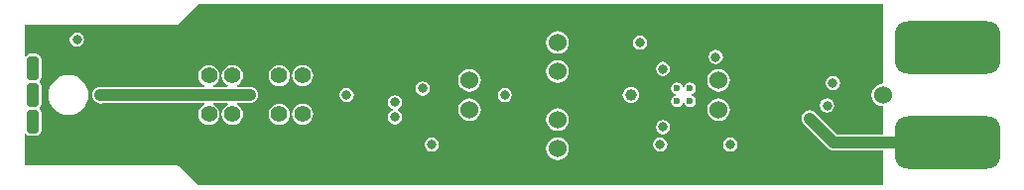
<source format=gbr>
%FSTAX23Y23*%
%MOMM*%
%SFA1B1*%

%IPPOS*%
%AMD32*
4,1,8,-0.500380,0.749300,-0.500380,-0.749300,-0.248920,-1.000760,0.248920,-1.000760,0.500380,-0.749300,0.500380,0.749300,0.248920,1.000760,-0.248920,1.000760,-0.500380,0.749300,0.0*
1,1,0.500000,-0.248920,0.749300*
1,1,0.500000,-0.248920,-0.749300*
1,1,0.500000,0.248920,-0.749300*
1,1,0.500000,0.248920,0.749300*
%
%AMD33*
4,1,8,3.375660,2.250440,-3.375660,2.250440,-4.500880,1.125220,-4.500880,-1.125220,-3.375660,-2.250440,3.375660,-2.250440,4.500880,-1.125220,4.500880,1.125220,3.375660,2.250440,0.0*
1,1,2.250000,3.375660,1.125220*
1,1,2.250000,-3.375660,1.125220*
1,1,2.250000,-3.375660,-1.125220*
1,1,2.250000,3.375660,-1.125220*
%
%ADD29C,0.999998*%
%ADD31C,1.399997*%
G04~CAMADD=32~8~0.0~0.0~787.4~393.7~98.4~0.0~15~0.0~0.0~0.0~0.0~0~0.0~0.0~0.0~0.0~0~0.0~0.0~0.0~90.0~394.0~788.0*
%ADD32D32*%
G04~CAMADD=33~8~0.0~0.0~3543.3~1771.7~442.9~0.0~15~0.0~0.0~0.0~0.0~0~0.0~0.0~0.0~0.0~0~0.0~0.0~0.0~0.0~3543.3~1771.7*
%ADD33D33*%
%ADD34C,1.523997*%
%ADD35C,0.599999*%
%ADD36C,0.799998*%
%ADD37C,0.999998*%
%LNmicamp_copper_signal_1-1*%
%LPD*%
G36*
X73499Y0897D02*
X73248Y08937D01*
X73014Y0884*
X72813Y08686*
X72659Y08485*
X72562Y08251*
X72529Y07999*
X72562Y07748*
X72659Y07514*
X72813Y07313*
X73014Y07159*
X73248Y07062*
X73499Y07029*
Y04646*
X69602*
X67749Y06499*
X67603Y06611*
X67432Y06681*
X67249Y06706*
X67067Y06681*
X66896Y06611*
X6675Y06499*
X66638Y06352*
X66568Y06182*
X66543Y05999*
X66568Y05817*
X66638Y05646*
X6675Y055*
X6881Y0344*
X68956Y03328*
X69127Y03258*
X69309Y03233*
X73499*
Y00254*
X15105*
X1343Y0193*
X13347Y01985*
X13249Y02004*
X00254*
Y04652*
X00381Y0469*
X00425Y04625*
X00574Y04526*
X00749Y04491*
X01249*
X01425Y04526*
X01574Y04625*
X01673Y04774*
X01708Y04949*
Y06449*
X01673Y06625*
X01574Y06774*
X01556Y06786*
Y06913*
X01574Y06925*
X01673Y07074*
X01708Y07249*
Y08749*
X01673Y08925*
X01574Y09074*
X01556Y09086*
Y09213*
X01574Y09225*
X01673Y09374*
X01708Y09549*
Y11049*
X01673Y11225*
X01574Y11374*
X01425Y11473*
X01249Y11508*
X00749*
X00574Y11473*
X00425Y11374*
X00381Y11309*
X00254Y11347*
Y13995*
X13249*
X13347Y14014*
X1343Y14069*
X15105Y15745*
X73499*
Y0897*
G37*
%LNmicamp_copper_signal_1-2*%
%LPC*%
G36*
X04749Y13361D02*
X04515Y13315D01*
X04317Y13182*
X04184Y12984*
X04138Y12749*
X04184Y12515*
X04317Y12317*
X04515Y12184*
X04749Y12138*
X04984Y12184*
X05182Y12317*
X05315Y12515*
X05361Y12749*
X05315Y12984*
X05182Y13182*
X04984Y13315*
X04749Y13361*
G37*
G36*
X52774Y13086D02*
X5254Y1304D01*
X52342Y12907*
X52209Y12709*
X52163Y12474*
X52209Y1224*
X52342Y12042*
X5254Y11909*
X52774Y11863*
X53009Y11909*
X53207Y12042*
X5334Y1224*
X53386Y12474*
X5334Y12709*
X53207Y12907*
X53009Y1304*
X52774Y13086*
G37*
G36*
X45749Y1347D02*
X45498Y13437D01*
X45264Y1334*
X45063Y13186*
X44909Y12985*
X44812Y12751*
X44779Y12499*
X44812Y12248*
X44909Y12014*
X45063Y11813*
X45264Y11659*
X45498Y11562*
X45749Y11529*
X46001Y11562*
X46235Y11659*
X46436Y11813*
X4659Y12014*
X46687Y12248*
X4672Y12499*
X46687Y12751*
X4659Y12985*
X46436Y13186*
X46235Y1334*
X46001Y13437*
X45749Y1347*
G37*
G36*
X59249Y11861D02*
X59015Y11815D01*
X58817Y11682*
X58684Y11484*
X58638Y11249*
X58684Y11015*
X58817Y10817*
X59015Y10684*
X59249Y10638*
X59484Y10684*
X59682Y10817*
X59815Y11015*
X59861Y11249*
X59815Y11484*
X59682Y11682*
X59484Y11815*
X59249Y11861*
G37*
G36*
X54749Y10836D02*
X54515Y1079D01*
X54317Y10657*
X54184Y10459*
X54138Y10224*
X54184Y0999*
X54317Y09792*
X54515Y09659*
X54749Y09613*
X54984Y09659*
X55182Y09792*
X55315Y0999*
X55361Y10224*
X55315Y10459*
X55182Y10657*
X54984Y1079*
X54749Y10836*
G37*
G36*
X45749Y1097D02*
X45498Y10937D01*
X45264Y1084*
X45063Y10686*
X44909Y10485*
X44812Y10251*
X44779Y09999*
X44812Y09748*
X44909Y09514*
X45063Y09313*
X45264Y09159*
X45498Y09062*
X45749Y09029*
X46001Y09062*
X46235Y09159*
X46436Y09313*
X4659Y09514*
X46687Y09748*
X4672Y09999*
X46687Y10251*
X4659Y10485*
X46436Y10686*
X46235Y1084*
X46001Y10937*
X45749Y1097*
G37*
G36*
X23999Y10557D02*
X23765Y10526D01*
X23546Y10436*
X23358Y10291*
X23213Y10103*
X23123Y09884*
X23092Y09649*
X23123Y09415*
X23213Y09196*
X23358Y09008*
X23546Y08863*
X23765Y08773*
X23999Y08742*
X24234Y08773*
X24453Y08863*
X24641Y09008*
X24786Y09196*
X24876Y09415*
X24907Y09649*
X24876Y09884*
X24786Y10103*
X24641Y10291*
X24453Y10436*
X24234Y10526*
X23999Y10557*
G37*
G36*
X21999D02*
X21765Y10526D01*
X21546Y10436*
X21358Y10291*
X21213Y10103*
X21123Y09884*
X21092Y09649*
X21123Y09415*
X21213Y09196*
X21358Y09008*
X21546Y08863*
X21765Y08773*
X21999Y08742*
X22234Y08773*
X22453Y08863*
X22641Y09008*
X22786Y09196*
X22876Y09415*
X22907Y09649*
X22876Y09884*
X22786Y10103*
X22641Y10291*
X22453Y10436*
X22234Y10526*
X21999Y10557*
G37*
G36*
X17999D02*
X17765Y10526D01*
X17546Y10436*
X17358Y10291*
X17213Y10103*
X17123Y09884*
X17092Y09649*
X17123Y09415*
X17213Y09196*
X17358Y09008*
X17546Y08863*
X1762Y08833*
X17595Y08706*
X16404*
X16379Y08833*
X16453Y08863*
X16641Y09008*
X16786Y09196*
X16876Y09415*
X16907Y09649*
X16876Y09884*
X16786Y10103*
X16641Y10291*
X16453Y10436*
X16234Y10526*
X15999Y10557*
X15765Y10526*
X15546Y10436*
X15358Y10291*
X15213Y10103*
X15123Y09884*
X15092Y09649*
X15123Y09415*
X15213Y09196*
X15358Y09008*
X15546Y08863*
X1562Y08833*
X15595Y08706*
X06749*
X06567Y08681*
X06396Y08611*
X0625Y08499*
X06138Y08353*
X06068Y08182*
X06043Y07999*
X06068Y07817*
X06138Y07646*
X0625Y075*
X06396Y07388*
X06531Y07332*
X06565Y07309*
X06799Y07263*
X06954Y07293*
X15595*
X1562Y07166*
X15546Y07136*
X15358Y06991*
X15213Y06803*
X15123Y06584*
X15092Y0635*
X15123Y06115*
X15213Y05896*
X15358Y05708*
X15546Y05563*
X15765Y05473*
X15999Y05442*
X16234Y05473*
X16453Y05563*
X16641Y05708*
X16786Y05896*
X16876Y06115*
X16907Y0635*
X16876Y06584*
X16786Y06803*
X16641Y06991*
X16453Y07136*
X16379Y07166*
X16404Y07293*
X17595*
X1762Y07166*
X17546Y07136*
X17358Y06991*
X17213Y06803*
X17123Y06584*
X17092Y0635*
X17123Y06115*
X17213Y05896*
X17358Y05708*
X17546Y05563*
X17765Y05473*
X17999Y05442*
X18234Y05473*
X18453Y05563*
X18641Y05708*
X18786Y05896*
X18876Y06115*
X18907Y0635*
X18876Y06584*
X18786Y06803*
X18641Y06991*
X18453Y07136*
X18379Y07166*
X18404Y07293*
X19499*
X19682Y07318*
X19852Y07388*
X19999Y075*
X20111Y07646*
X20181Y07817*
X20206Y07999*
X20181Y08182*
X20111Y08353*
X19999Y08499*
X19852Y08611*
X19682Y08681*
X19499Y08706*
X18404*
X18379Y08833*
X18453Y08863*
X18641Y09008*
X18786Y09196*
X18876Y09415*
X18907Y09649*
X18876Y09884*
X18786Y10103*
X18641Y10291*
X18453Y10436*
X18234Y10526*
X17999Y10557*
G37*
G36*
X57049Y09059D02*
X56854Y0902D01*
X56689Y0891*
X56579Y08745*
X56564Y08673*
X56435*
X5642Y08745*
X5631Y0891*
X56145Y0902*
X55949Y09059*
X55754Y0902*
X55589Y0891*
X55478Y08745*
X5544Y08549*
X55478Y08354*
X55589Y08189*
X55754Y08079*
X55826Y08064*
Y07935*
X55754Y0792*
X55589Y0781*
X55478Y07645*
X5544Y07449*
X55478Y07254*
X55589Y07089*
X55754Y06979*
X55949Y0694*
X56145Y06979*
X5631Y07089*
X5642Y07254*
X56435Y07326*
X56564*
X56579Y07254*
X56689Y07089*
X56854Y06979*
X57049Y0694*
X57245Y06979*
X5741Y07089*
X5752Y07254*
X57559Y07449*
X5752Y07645*
X5741Y0781*
X57245Y0792*
X57173Y07935*
Y08064*
X57245Y08079*
X5741Y08189*
X5752Y08354*
X57559Y08549*
X5752Y08745*
X5741Y0891*
X57245Y0902*
X57049Y09059*
G37*
G36*
X69249Y09611D02*
X69015Y09565D01*
X68817Y09432*
X68684Y09234*
X68638Y08999*
X68684Y08765*
X68817Y08567*
X69015Y08434*
X69249Y08388*
X69484Y08434*
X69682Y08567*
X69815Y08765*
X69861Y08999*
X69815Y09234*
X69682Y09432*
X69484Y09565*
X69249Y09611*
G37*
G36*
X59499Y1022D02*
X59248Y10187D01*
X59014Y1009*
X58813Y09936*
X58659Y09735*
X58562Y09501*
X58529Y09249*
X58562Y08998*
X58659Y08764*
X58813Y08563*
X59014Y08409*
X59248Y08312*
X59499Y08279*
X59751Y08312*
X59985Y08409*
X60186Y08563*
X6034Y08764*
X60437Y08998*
X6047Y09249*
X60437Y09501*
X6034Y09735*
X60186Y09936*
X59985Y1009*
X59751Y10187*
X59499Y1022*
G37*
G36*
X38249D02*
X37998Y10187D01*
X37764Y1009*
X37563Y09936*
X37409Y09735*
X37312Y09501*
X37279Y09249*
X37312Y08998*
X37409Y08764*
X37563Y08563*
X37764Y08409*
X37998Y08312*
X38249Y08279*
X38501Y08312*
X38735Y08409*
X38936Y08563*
X3909Y08764*
X39187Y08998*
X3922Y09249*
X39187Y09501*
X3909Y09735*
X38936Y09936*
X38735Y1009*
X38501Y10187*
X38249Y1022*
G37*
G36*
X34249Y09161D02*
X34015Y09115D01*
X33817Y08982*
X33684Y08784*
X33638Y08549*
X33684Y08315*
X33817Y08117*
X34015Y07984*
X34249Y07938*
X34484Y07984*
X34682Y08117*
X34815Y08315*
X34861Y08549*
X34815Y08784*
X34682Y08982*
X34484Y09115*
X34249Y09161*
G37*
G36*
X41249Y08611D02*
X41015Y08565D01*
X40817Y08432*
X40684Y08234*
X40638Y07999*
X40684Y07765*
X40817Y07567*
X41015Y07434*
X41249Y07388*
X41484Y07434*
X41682Y07567*
X41815Y07765*
X41861Y07999*
X41815Y08234*
X41682Y08432*
X41484Y08565*
X41249Y08611*
G37*
G36*
X27749D02*
X27515Y08565D01*
X27317Y08432*
X27184Y08234*
X27138Y07999*
X27184Y07765*
X27317Y07567*
X27515Y07434*
X27749Y07388*
X27984Y07434*
X28182Y07567*
X28315Y07765*
X28361Y07999*
X28315Y08234*
X28182Y08432*
X27984Y08565*
X27749Y08611*
G37*
G36*
X51999Y08706D02*
X51817Y08681D01*
X51646Y08611*
X515Y08499*
X51388Y08353*
X51318Y08182*
X51293Y07999*
X51318Y07817*
X51388Y07646*
X515Y075*
X51646Y07388*
X51817Y07318*
X51999Y07293*
X52182Y07318*
X52353Y07388*
X52499Y075*
X52611Y07646*
X52681Y07817*
X52706Y07999*
X52681Y08182*
X52611Y08353*
X52499Y08499*
X52353Y08611*
X52182Y08681*
X51999Y08706*
G37*
G36*
X68749Y07711D02*
X68515Y07665D01*
X68317Y07532*
X68184Y07334*
X68138Y07099*
X68184Y06865*
X68317Y06667*
X68515Y06534*
X68749Y06488*
X68984Y06534*
X69182Y06667*
X69315Y06865*
X69361Y07099*
X69315Y07334*
X69182Y07532*
X68984Y07665*
X68749Y07711*
G37*
G36*
X03999Y09708D02*
X03666Y09675D01*
X03346Y09578*
X0305Y0942*
X02792Y09207*
X02579Y08949*
X02421Y08653*
X02324Y08333*
X02291Y07999*
X02324Y07666*
X02421Y07346*
X02579Y0705*
X02792Y06792*
X0305Y06579*
X03346Y06421*
X03666Y06324*
X03999Y06291*
X04333Y06324*
X04653Y06421*
X04949Y06579*
X05207Y06792*
X0542Y0705*
X05578Y07346*
X05675Y07666*
X05708Y07999*
X05675Y08333*
X05578Y08653*
X0542Y08949*
X05207Y09207*
X04949Y0942*
X04653Y09578*
X04333Y09675*
X03999Y09708*
G37*
G36*
X59499Y0772D02*
X59248Y07687D01*
X59014Y0759*
X58813Y07436*
X58659Y07235*
X58562Y07001*
X58529Y06749*
X58562Y06498*
X58659Y06264*
X58813Y06063*
X59014Y05909*
X59248Y05812*
X59499Y05779*
X59751Y05812*
X59985Y05909*
X60186Y06063*
X6034Y06264*
X60437Y06498*
X6047Y06749*
X60437Y07001*
X6034Y07235*
X60186Y07436*
X59985Y0759*
X59751Y07687*
X59499Y0772*
G37*
G36*
X38249D02*
X37998Y07687D01*
X37764Y0759*
X37563Y07436*
X37409Y07235*
X37312Y07001*
X37279Y06749*
X37312Y06498*
X37409Y06264*
X37563Y06063*
X37764Y05909*
X37998Y05812*
X38249Y05779*
X38501Y05812*
X38735Y05909*
X38936Y06063*
X3909Y06264*
X39187Y06498*
X3922Y06749*
X39187Y07001*
X3909Y07235*
X38936Y07436*
X38735Y0759*
X38501Y07687*
X38249Y0772*
G37*
G36*
X31884Y07976D02*
X3165Y0793D01*
X31452Y07797*
X31319Y07599*
X31273Y07364*
X31319Y0713*
X31452Y06932*
X3165Y06799*
X31676Y06794*
Y06665*
X3165Y0666*
X31452Y06527*
X31319Y06329*
X31273Y06094*
X31319Y0586*
X31452Y05662*
X3165Y05529*
X31884Y05483*
X32119Y05529*
X32317Y05662*
X3245Y0586*
X32496Y06094*
X3245Y06329*
X32317Y06527*
X32119Y0666*
X32093Y06665*
Y06794*
X32119Y06799*
X32317Y06932*
X3245Y0713*
X32496Y07364*
X3245Y07599*
X32317Y07797*
X32119Y0793*
X31884Y07976*
G37*
G36*
X23999Y07257D02*
X23765Y07226D01*
X23546Y07136*
X23358Y06991*
X23213Y06803*
X23123Y06584*
X23092Y0635*
X23123Y06115*
X23213Y05896*
X23358Y05708*
X23546Y05563*
X23765Y05473*
X23999Y05442*
X24234Y05473*
X24453Y05563*
X24641Y05708*
X24786Y05896*
X24876Y06115*
X24907Y0635*
X24876Y06584*
X24786Y06803*
X24641Y06991*
X24453Y07136*
X24234Y07226*
X23999Y07257*
G37*
G36*
X21999D02*
X21765Y07226D01*
X21546Y07136*
X21358Y06991*
X21213Y06803*
X21123Y06584*
X21092Y0635*
X21123Y06115*
X21213Y05896*
X21358Y05708*
X21546Y05563*
X21765Y05473*
X21999Y05442*
X22234Y05473*
X22453Y05563*
X22641Y05708*
X22786Y05896*
X22876Y06115*
X22907Y0635*
X22876Y06584*
X22786Y06803*
X22641Y06991*
X22453Y07136*
X22234Y07226*
X21999Y07257*
G37*
G36*
X45749Y0687D02*
X45498Y06837D01*
X45264Y0674*
X45063Y06586*
X44909Y06385*
X44812Y06151*
X44779Y05899*
X44812Y05648*
X44909Y05414*
X45063Y05213*
X45264Y05059*
X45498Y04962*
X45749Y04929*
X46001Y04962*
X46235Y05059*
X46436Y05213*
X4659Y05414*
X46687Y05648*
X4672Y05899*
X46687Y06151*
X4659Y06385*
X46436Y06586*
X46235Y0674*
X46001Y06837*
X45749Y0687*
G37*
G36*
X54749Y05861D02*
X54515Y05815D01*
X54317Y05682*
X54184Y05484*
X54138Y05249*
X54184Y05015*
X54317Y04817*
X54515Y04684*
X54749Y04638*
X54984Y04684*
X55182Y04817*
X55315Y05015*
X55361Y05249*
X55315Y05484*
X55182Y05682*
X54984Y05815*
X54749Y05861*
G37*
G36*
X35024Y04386D02*
X3479Y0434D01*
X34592Y04207*
X34459Y04009*
X34413Y03774*
X34459Y0354*
X34592Y03342*
X3479Y03209*
X35024Y03163*
X35259Y03209*
X35457Y03342*
X3559Y0354*
X35636Y03774*
X3559Y04009*
X35457Y04207*
X35259Y0434*
X35024Y04386*
G37*
G36*
X60499Y04361D02*
X60265Y04315D01*
X60067Y04182*
X59934Y03984*
X59888Y03749*
X59934Y03515*
X60067Y03317*
X60265Y03184*
X60499Y03138*
X60734Y03184*
X60932Y03317*
X61065Y03515*
X61111Y03749*
X61065Y03984*
X60932Y04182*
X60734Y04315*
X60499Y04361*
G37*
G36*
X54499D02*
X54265Y04315D01*
X54067Y04182*
X53934Y03984*
X53888Y03749*
X53934Y03515*
X54067Y03317*
X54265Y03184*
X54499Y03138*
X54734Y03184*
X54932Y03317*
X55065Y03515*
X55111Y03749*
X55065Y03984*
X54932Y04182*
X54734Y04315*
X54499Y04361*
G37*
G36*
X45749Y0437D02*
X45498Y04337D01*
X45264Y0424*
X45063Y04086*
X44909Y03885*
X44812Y03651*
X44779Y03399*
X44812Y03148*
X44909Y02914*
X45063Y02713*
X45264Y02559*
X45498Y02462*
X45749Y02429*
X46001Y02462*
X46235Y02559*
X46436Y02713*
X4659Y02914*
X46687Y03148*
X4672Y03399*
X46687Y03651*
X4659Y03885*
X46436Y04086*
X46235Y0424*
X46001Y04337*
X45749Y0437*
G37*
%LNmicamp_copper_signal_1-3*%
%LPD*%
G54D29*
X69309Y03939D02*
X78999D01*
X67249Y05999D02*
X69309Y03939D01*
X06749Y07999D02*
X19499D01*
G54D31*
X23999Y09649D03*
X21999D03*
X17999D03*
X15999D03*
Y0635D03*
X17999D03*
X21999D03*
X23999D03*
G54D32*
X00999Y05699D03*
Y07999D03*
Y10299D03*
G54D33*
X78999Y03939D03*
Y12059D03*
G54D34*
X73499Y07999D03*
X38249Y06749D03*
Y09249D03*
X45749Y12499D03*
Y09999D03*
Y05899D03*
Y03399D03*
X59499Y09249D03*
Y06749D03*
G54D35*
X55949Y07449D03*
Y08549D03*
X57049Y07449D03*
Y08549D03*
G54D36*
X68749Y07099D03*
X69249Y08999D03*
X67249Y05999D03*
X35024Y03774D03*
X04749Y12749D03*
X60499Y03749D03*
X34249Y08549D03*
X41249Y07999D03*
X27749D03*
X59249Y11249D03*
X54749Y10224D03*
Y05249D03*
X52774Y12474D03*
X54499Y03749D03*
X06799Y07874D03*
X19499Y07999D03*
X31884Y07364D03*
Y06094D03*
G54D37*
X51999Y07999D03*
M02*
</source>
